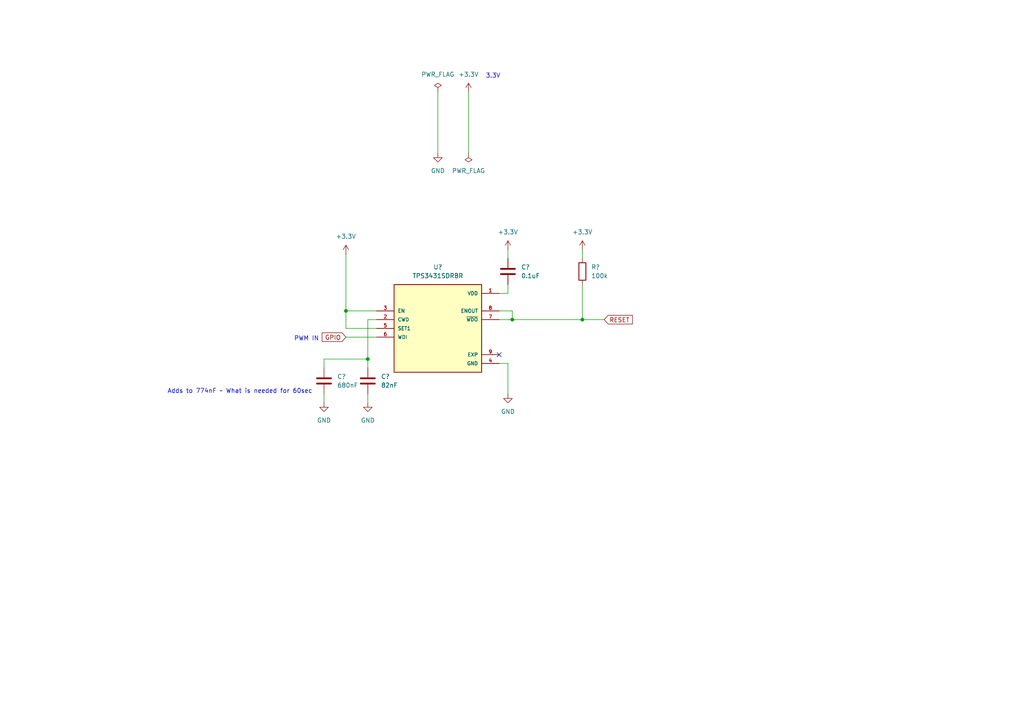
<source format=kicad_sch>
(kicad_sch (version 20250114) (generator "eeschema") (generator_version "9.0")
  (paper "A4")
  (lib_symbols
    (symbol "Device:C" (pin_numbers (hide yes)) (pin_names (offset 0.254))
      (property "Reference" "C" (at 0.635 2.54 0))
      (property "Value" "C" (at 0.635 -2.54 0))
      (symbol "C_0_1"
        (polyline (pts (xy -2.032 0.762) (xy 2.032 0.762)) (stroke (width 0.508)))
        (polyline (pts (xy -2.032 -0.762) (xy 2.032 -0.762)) (stroke (width 0.508)))
      )
      (symbol "C_1_1"
        (pin passive line (at 0 3.81 270) (length 2.794) (name "~") (number "1"))
        (pin passive line (at 0 -3.81 90) (length 2.794) (name "~") (number "2"))
      )
    )
    (symbol "Device:R" (pin_numbers (hide yes)) (pin_names (offset 0))
      (property "Reference" "R" (at 2.032 0 90))
      (property "Value" "R" (at 0 0 90))
      (symbol "R_0_1"
        (rectangle (start -1.016 -2.54) (end 1.016 2.54) (stroke (width 0.254)))
      )
      (symbol "R_1_1"
        (pin passive line (at 0 3.81 270) (length 1.27) (name "~") (number "1"))
        (pin passive line (at 0 -3.81 90) (length 1.27) (name "~") (number "2"))
      )
    )
    (symbol "TPS3431:TPS3431SDRBR" (pin_names (offset 1.016))
      (property "Reference" "U" (at -12.7 13.462 0))
      (property "Value" "TPS3431SDRBR" (at -12.7 -15.24 0))
      (symbol "TPS3431SDRBR_0_0"
        (rectangle (start -12.7 -12.7) (end 12.7 12.7) (stroke (width 0.254)) (fill (type background)))
        (pin input line (at -17.78 5.08 0) (length 5.08) (name "EN") (number "3"))
        (pin input line (at -17.78 2.54 0) (length 5.08) (name "CWD") (number "2"))
        (pin input line (at -17.78 0 0) (length 5.08) (name "SET1") (number "5"))
        (pin input line (at -17.78 -2.54 0) (length 5.08) (name "WDI") (number "6"))
        (pin power_in line (at 17.78 10.16 180) (length 5.08) (name "VDD") (number "1"))
        (pin output line (at 17.78 5.08 180) (length 5.08) (name "ENOUT") (number "8"))
        (pin output line (at 17.78 2.54 180) (length 5.08) (name "~{WDO}") (number "7"))
        (pin power_in line (at 17.78 -7.62 180) (length 5.08) (name "EXP") (number "9"))
        (pin power_in line (at 17.78 -10.16 180) (length 5.08) (name "GND") (number "4"))
      )
    )
    (symbol "power:+3.3V" (power) (pin_numbers (hide yes)) (pin_names (offset 0) (hide yes))
      (property "Value" "+3.3V" (at 0 3.556 0))
      (symbol "+3.3V_0_1"
        (polyline (pts (xy -0.762 1.27) (xy 0 2.54)))
        (polyline (pts (xy 0 2.54) (xy 0.762 1.27)))
        (polyline (pts (xy 0 0) (xy 0 2.54)))
      )
      (symbol "+3.3V_1_1"
        (pin power_in line (at 0 0 90) (length 0) (name "~") (number "1"))
      )
    )
    (symbol "power:GND" (power) (pin_numbers (hide yes)) (pin_names (offset 0) (hide yes))
      (property "Value" "GND" (at 0 -3.81 0))
      (symbol "GND_0_1"
        (polyline (pts (xy 0 0) (xy 0 -1.27) (xy 1.27 -1.27) (xy 0 -2.54) (xy -1.27 -1.27) (xy 0 -1.27)))
      )
      (symbol "GND_1_1"
        (pin power_in line (at 0 0 270) (length 0) (name "~") (number "1"))
      )
    )
    (symbol "power:PWR_FLAG" (power) (pin_numbers (hide yes)) (pin_names (offset 0) (hide yes))
      (property "Value" "PWR_FLAG" (at 0 3.81 0))
      (symbol "PWR_FLAG_0_0"
        (pin power_out line (at 0 0 90) (length 0) (name "~") (number "1"))
      )
      (symbol "PWR_FLAG_0_1"
        (polyline (pts (xy 0 0) (xy 0 1.27) (xy -1.016 1.905) (xy 0 2.54) (xy 1.016 1.905) (xy 0 1.27)))
      )
    )
  )
  (text "PWM IN" (at 88.9 98.298 0) (effects (font (size 1.27 1.27))))
  (text "3.3V\n" (at 143.002 22.098 0) (effects (font (size 1.27 1.27))))
  (text "Adds to 774nF ~ What is needed for 60sec\n" (at 69.596 113.538 0) (effects (font (size 1.27 1.27))))
  (junction (at 148.59 92.71))
  (junction (at 168.91 92.71))
  (junction (at 100.33 90.17))
  (junction (at 106.68 104.14))
  (no_connect (at 144.78 102.87))
  (wire (pts (xy 144.78 90.17) (xy 148.59 90.17)))
  (wire (pts (xy 147.32 72.39) (xy 147.32 74.93)))
  (wire (pts (xy 100.33 97.79) (xy 109.22 97.79)))
  (wire (pts (xy 168.91 92.71) (xy 175.26 92.71)))
  (wire (pts (xy 144.78 92.71) (xy 148.59 92.71)))
  (wire (pts (xy 93.98 106.68) (xy 93.98 104.14)))
  (wire (pts (xy 106.68 92.71) (xy 106.68 104.14)))
  (wire (pts (xy 93.98 104.14) (xy 106.68 104.14)))
  (wire (pts (xy 147.32 85.09) (xy 144.78 85.09)))
  (wire (pts (xy 135.89 26.67) (xy 135.89 44.45)))
  (wire (pts (xy 147.32 82.55) (xy 147.32 85.09)))
  (wire (pts (xy 147.32 105.41) (xy 147.32 114.3)))
  (wire (pts (xy 148.59 90.17) (xy 148.59 92.71)))
  (wire (pts (xy 144.78 105.41) (xy 147.32 105.41)))
  (wire (pts (xy 100.33 73.66) (xy 100.33 90.17)))
  (wire (pts (xy 168.91 72.39) (xy 168.91 74.93)))
  (wire (pts (xy 109.22 92.71) (xy 106.68 92.71)))
  (wire (pts (xy 100.33 95.25) (xy 109.22 95.25)))
  (wire (pts (xy 148.59 92.71) (xy 168.91 92.71)))
  (wire (pts (xy 93.98 114.3) (xy 93.98 116.84)))
  (wire (pts (xy 168.91 82.55) (xy 168.91 92.71)))
  (wire (pts (xy 106.68 114.3) (xy 106.68 116.84)))
  (wire (pts (xy 100.33 90.17) (xy 109.22 90.17)))
  (wire (pts (xy 106.68 104.14) (xy 106.68 106.68)))
  (wire (pts (xy 127 26.67) (xy 127 44.45)))
  (wire (pts (xy 100.33 90.17) (xy 100.33 95.25)))
  (global_label "GPIO" (shape input) (at 100.33 97.79 180) (property "Intersheetrefs" "${INTERSHEET_REFS}" (effects (hide yes))))
  (global_label "RESET" (shape input) (at 175.26 92.71 0) (property "Intersheetrefs" "${INTERSHEET_REFS}" (effects (hide yes))))
  (symbol (lib_id "Device:C") (at 93.98 110.49 0) (unit 1)
    (property "Reference" "C?" (at 97.79 109.2199 0) (effects (justify left)))
    (property "Value" "680nF" (at 97.79 111.7599 0) (effects (justify left)))
    (property "Footprint" "Capacitor_SMD:C_1206_3216Metric" (effects (hide yes)))
    (property "Description" "Unpolarized capacitor" (effects (hide yes)))
  )
  (symbol (lib_id "power:+3.3V") (at 147.32 72.39 0) (unit 1)
    (property "Reference" "#PWR06" (effects (hide yes)))
    (property "Value" "+3.3V" (at 147.32 67.31 0))
    (property "Description" "Power symbol creates a global label with name \"+3.3V\"" (effects (hide yes)))
  )
  (symbol (lib_id "power:+3.3V") (at 135.89 26.67 0) (unit 1)
    (property "Reference" "#PWR016" (effects (hide yes)))
    (property "Value" "+3.3V" (at 135.89 21.59 0))
    (property "Description" "Power symbol creates a global label with name \"+3.3V\"" (effects (hide yes)))
  )
  (symbol (lib_id "power:+3.3V") (at 100.33 73.66 0) (unit 1)
    (property "Reference" "#PWR05" (effects (hide yes)))
    (property "Value" "+3.3V" (at 100.33 68.58 0))
    (property "Description" "Power symbol creates a global label with name \"+3.3V\"" (effects (hide yes)))
  )
  (symbol (lib_id "power:GND") (at 106.68 116.84 0) (unit 1)
    (property "Reference" "#PWR?" (effects (hide yes)))
    (property "Value" "GND" (at 106.68 121.92 0))
    (property "Description" "Power symbol creates a global label with name \"GND\" , ground" (effects (hide yes)))
  )
  (symbol (lib_id "power:GND") (at 147.32 114.3 0) (unit 1)
    (property "Reference" "#PWR?" (effects (hide yes)))
    (property "Value" "GND" (at 147.32 119.38 0))
    (property "Description" "Power symbol creates a global label with name \"GND\" , ground" (effects (hide yes)))
  )
  (symbol (lib_id "power:PWR_FLAG") (at 135.89 44.45 180) (unit 1)
    (property "Reference" "#FLG?" (effects (hide yes)))
    (property "Value" "PWR_FLAG" (at 135.89 49.53 0))
    (property "Description" "Special symbol for telling ERC where power comes from" (effects (hide yes)))
  )
  (symbol (lib_id "power:GND") (at 93.98 116.84 0) (unit 1)
    (property "Reference" "#PWR?" (effects (hide yes)))
    (property "Value" "GND" (at 93.98 121.92 0))
    (property "Description" "Power symbol creates a global label with name \"GND\" , ground" (effects (hide yes)))
  )
  (symbol (lib_id "Device:R") (at 168.91 78.74 0) (unit 1)
    (property "Reference" "R?" (at 171.45 77.4699 0) (effects (justify left)))
    (property "Value" "100k" (at 171.45 80.0099 0) (effects (justify left)))
    (property "Footprint" "Resistor_SMD:R_1206_3216Metric" (effects (hide yes)))
    (property "Description" "Resistor" (effects (hide yes)))
  )
  (symbol (lib_id "power:PWR_FLAG") (at 127 26.67 0) (unit 1)
    (property "Reference" "#FLG?" (effects (hide yes)))
    (property "Value" "PWR_FLAG" (at 127 21.59 0))
    (property "Description" "Special symbol for telling ERC where power comes from" (effects (hide yes)))
  )
  (symbol (lib_id "power:GND") (at 127 44.45 0) (unit 1)
    (property "Reference" "#PWR?" (effects (hide yes)))
    (property "Value" "GND" (at 127 49.53 0))
    (property "Description" "Power symbol creates a global label with name \"GND\" , ground" (effects (hide yes)))
  )
  (symbol (lib_id "power:+3.3V") (at 168.91 72.39 0) (unit 1)
    (property "Reference" "#PWR07" (effects (hide yes)))
    (property "Value" "+3.3V" (at 168.91 67.31 0))
    (property "Description" "Power symbol creates a global label with name \"+3.3V\"" (effects (hide yes)))
  )
  (symbol (lib_id "TPS3431:TPS3431SDRBR") (at 127 95.25 0) (unit 1)
    (property "Reference" "U?" (at 127 77.47 0))
    (property "Value" "TPS3431SDRBR" (at 127 80.01 0))
    (property "Footprint" "Footprints:IC_TPS3431SDRBR" (effects (hide yes)))
    (property "PARTREV" "A" (effects (hide yes)))
    (property "STANDARD" "Manufacturer Recommendations" (effects (hide yes)))
    (property "MAXIMUM_PACKAGE_HEIGHT" "1.0 mm" (effects (hide yes)))
    (property "MANUFACTURER" "Texas Instruments" (effects (hide yes)))
  )
  (symbol (lib_id "Device:C") (at 147.32 78.74 0) (unit 1)
    (property "Reference" "C?" (at 151.13 77.4699 0) (effects (justify left)))
    (property "Value" "0.1uF" (at 151.13 80.0099 0) (effects (justify left)))
    (property "Footprint" "Capacitor_SMD:C_0603_1608Metric" (effects (hide yes)))
    (property "Description" "Unpolarized capacitor" (effects (hide yes)))
  )
  (symbol (lib_id "Device:C") (at 106.68 110.49 0) (unit 1)
    (property "Reference" "C?" (at 110.49 109.2199 0) (effects (justify left)))
    (property "Value" "82nF" (at 110.49 111.7599 0) (effects (justify left)))
    (property "Footprint" "Capacitor_SMD:C_1206_3216Metric" (effects (hide yes)))
    (property "Description" "Unpolarized capacitor" (effects (hide yes)))
  )
)
</source>
